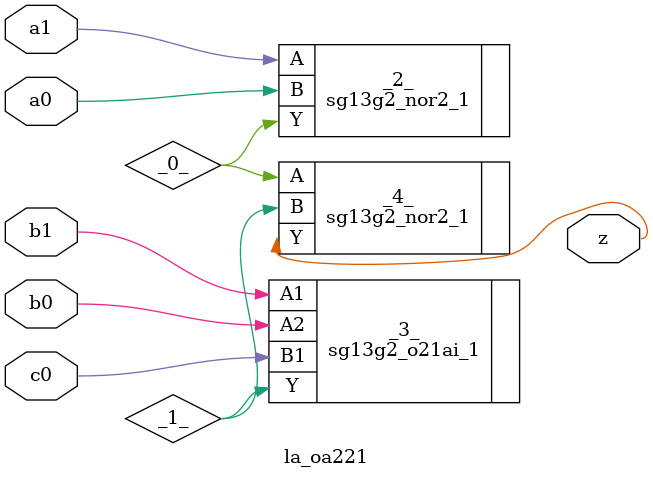
<source format=v>

/* Generated by Yosys 0.44 (git sha1 80ba43d26, g++ 11.4.0-1ubuntu1~22.04 -fPIC -O3) */

(* top =  1  *)
(* src = "generated" *)
(* keep_hierarchy *)
module la_oa221 (
    a0,
    a1,
    b0,
    b1,
    c0,
    z
);
  wire _0_;
  wire _1_;
  (* src = "generated" *)
  input a0;
  wire a0;
  (* src = "generated" *)
  input a1;
  wire a1;
  (* src = "generated" *)
  input b0;
  wire b0;
  (* src = "generated" *)
  input b1;
  wire b1;
  (* src = "generated" *)
  input c0;
  wire c0;
  (* src = "generated" *)
  output z;
  wire z;
  sg13g2_nor2_1 _2_ (
      .A(a1),
      .B(a0),
      .Y(_0_)
  );
  sg13g2_o21ai_1 _3_ (
      .A1(b1),
      .A2(b0),
      .B1(c0),
      .Y (_1_)
  );
  sg13g2_nor2_1 _4_ (
      .A(_0_),
      .B(_1_),
      .Y(z)
  );
endmodule

</source>
